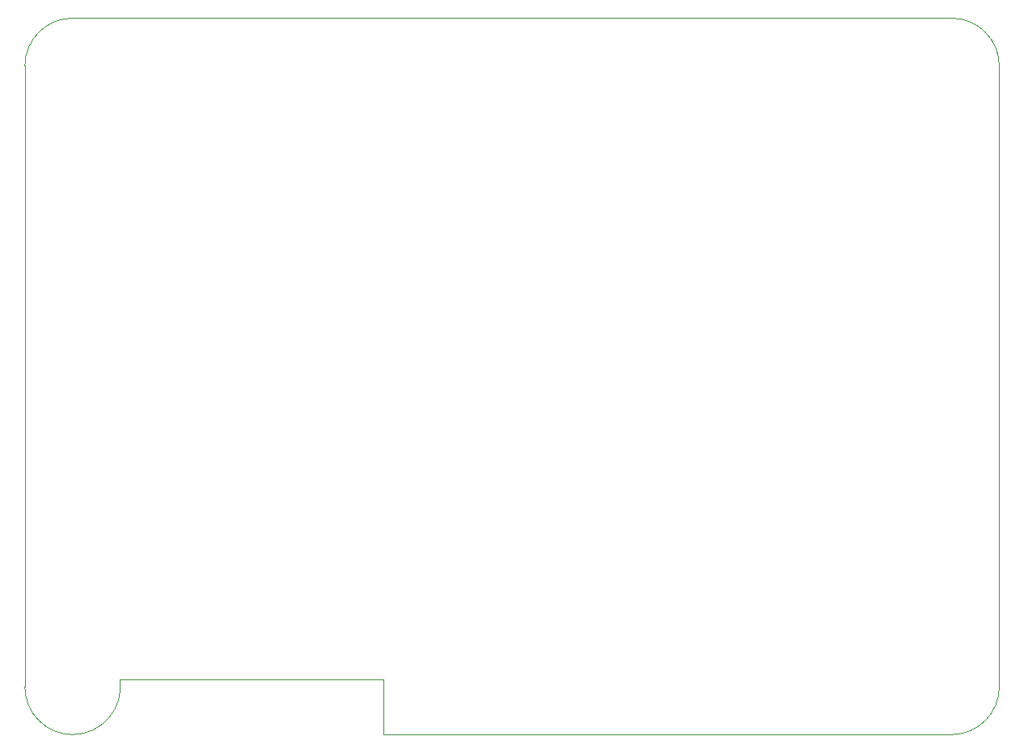
<source format=gbr>
%TF.GenerationSoftware,KiCad,Pcbnew,5.1.12-84ad8e8a86~92~ubuntu20.04.1*%
%TF.CreationDate,2022-06-26T22:57:18-03:00*%
%TF.ProjectId,esp_controller,6573705f-636f-46e7-9472-6f6c6c65722e,rev?*%
%TF.SameCoordinates,Original*%
%TF.FileFunction,Profile,NP*%
%FSLAX46Y46*%
G04 Gerber Fmt 4.6, Leading zero omitted, Abs format (unit mm)*
G04 Created by KiCad (PCBNEW 5.1.12-84ad8e8a86~92~ubuntu20.04.1) date 2022-06-26 22:57:18*
%MOMM*%
%LPD*%
G01*
G04 APERTURE LIST*
%TA.AperFunction,Profile*%
%ADD10C,0.100000*%
%TD*%
G04 APERTURE END LIST*
D10*
X95000000Y-125000000D02*
X94996001Y-124998479D01*
X99934386Y-119202099D02*
G75*
G02*
X94996001Y-124998479I-4934386J-797901D01*
G01*
X127502920Y-125000000D02*
X127502920Y-119202200D01*
X99933760Y-119202200D02*
X127502920Y-119202200D01*
X127502920Y-125000000D02*
X187000000Y-125000000D01*
X187000000Y-50000000D02*
X95000000Y-50000000D01*
X192000000Y-120000000D02*
X192000000Y-55000000D01*
X90000000Y-55000000D02*
X90000000Y-120000000D01*
X187000000Y-50000000D02*
G75*
G02*
X192000000Y-55000000I0J-5000000D01*
G01*
X192000000Y-120000000D02*
G75*
G02*
X187000000Y-125000000I-5000000J0D01*
G01*
X95000000Y-125000000D02*
G75*
G02*
X90000000Y-120000000I0J5000000D01*
G01*
X90000000Y-55000000D02*
G75*
G02*
X95000000Y-50000000I5000000J0D01*
G01*
M02*

</source>
